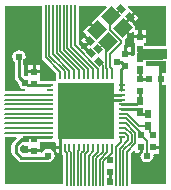
<source format=gtl>
%FSLAX24Y24*%
%MOIN*%
G70*
G01*
G75*
G04 Layer_Physical_Order=1*
G04 Layer_Color=255*
%ADD10R,0.0197X0.0256*%
%ADD11R,0.0197X0.0236*%
%ADD12R,0.0236X0.0197*%
%ADD13R,0.0400X0.0370*%
G04:AMPARAMS|DCode=14|XSize=47.2mil|YSize=43.3mil|CornerRadius=0mil|HoleSize=0mil|Usage=FLASHONLY|Rotation=225.000|XOffset=0mil|YOffset=0mil|HoleType=Round|Shape=Rectangle|*
%AMROTATEDRECTD14*
4,1,4,0.0014,0.0320,0.0320,0.0014,-0.0014,-0.0320,-0.0320,-0.0014,0.0014,0.0320,0.0*
%
%ADD14ROTATEDRECTD14*%

%ADD15O,0.0256X0.0079*%
%ADD16O,0.0079X0.0256*%
%ADD17R,0.1850X0.1850*%
%ADD18R,0.0217X0.0236*%
G04:AMPARAMS|DCode=19|XSize=19.7mil|YSize=23.6mil|CornerRadius=0mil|HoleSize=0mil|Usage=FLASHONLY|Rotation=225.000|XOffset=0mil|YOffset=0mil|HoleType=Round|Shape=Rectangle|*
%AMROTATEDRECTD19*
4,1,4,-0.0014,0.0153,0.0153,-0.0014,0.0014,-0.0153,-0.0153,0.0014,-0.0014,0.0153,0.0*
%
%ADD19ROTATEDRECTD19*%

%ADD20C,0.0080*%
%ADD21C,0.0370*%
%ADD22C,0.0090*%
%ADD23C,0.0060*%
%ADD24C,0.0240*%
%ADD25C,0.0260*%
G36*
X2668Y2169D02*
X2534D01*
X2510Y2174D01*
X1948D01*
Y2269D01*
X1988D01*
Y2437D01*
X1592D01*
Y2269D01*
X1632D01*
Y1981D01*
X1620Y1924D01*
X1625Y1899D01*
X1594Y1860D01*
X1488D01*
Y1867D01*
X1290D01*
Y1967D01*
X1488D01*
Y2135D01*
X1278D01*
X1259Y2181D01*
X1264Y2186D01*
X1292Y2229D01*
X1303Y2280D01*
Y2360D01*
X1303Y2360D01*
X1303Y2360D01*
Y2360D01*
X1303D01*
X1303Y2360D01*
X1293Y2406D01*
X1410Y2523D01*
X1186Y2746D01*
X1257Y2817D01*
X1481Y2593D01*
X1545Y2658D01*
X1592Y2639D01*
Y2537D01*
X1740D01*
Y2705D01*
X1658D01*
X1639Y2751D01*
X1683Y2796D01*
X1558Y2921D01*
X1578Y2941D01*
X1424Y3095D01*
X1459Y3131D01*
X1424Y3166D01*
X1564Y3306D01*
X1445Y3425D01*
X1391Y3479D01*
X1410Y3526D01*
X2668D01*
Y2169D01*
D02*
G37*
G36*
Y1288D02*
X2547D01*
Y1090D01*
Y892D01*
X2668D01*
Y-2427D01*
X1503D01*
Y-1397D01*
X1595Y-1304D01*
X1642Y-1324D01*
Y-1415D01*
X1776D01*
X1808Y-1454D01*
X1804Y-1472D01*
X1821Y-1558D01*
X1870Y-1630D01*
X1943Y-1679D01*
X2028Y-1696D01*
X2114Y-1679D01*
X2187Y-1630D01*
X2236Y-1558D01*
X2253Y-1472D01*
X2249Y-1454D01*
X2281Y-1415D01*
X2418D01*
Y-1247D01*
X2220D01*
Y-1147D01*
X2418D01*
Y-1070D01*
X2430D01*
Y892D01*
X2447D01*
Y1090D01*
Y1288D01*
X2430D01*
Y1500D01*
X1990D01*
Y1674D01*
X2510D01*
X2534Y1679D01*
X2668D01*
Y1288D01*
D02*
G37*
G36*
X-1473Y1800D02*
X-1462Y1750D01*
X-1434Y1707D01*
X-1008Y1281D01*
X-1008Y1280D01*
Y1102D01*
X-997Y1048D01*
X-1025Y1025D01*
D01*
D01*
D01*
D01*
X-1025Y1025D01*
X-1025Y1025D01*
D01*
D01*
X-1048Y997D01*
X-1102Y1008D01*
X-1162D01*
X-1191Y1014D01*
X-1522D01*
Y1097D01*
Y1265D01*
X-1918D01*
Y1198D01*
X-1957Y1166D01*
X-2040Y1182D01*
X-2043Y1182D01*
X-2082Y1213D01*
Y1652D01*
X-2071Y1660D01*
X-2022Y1732D01*
X-2005Y1818D01*
X-2022Y1904D01*
X-2071Y1977D01*
X-2144Y2025D01*
X-2230Y2042D01*
X-2315Y2025D01*
X-2388Y1977D01*
X-2437Y1904D01*
X-2454Y1818D01*
X-2437Y1732D01*
X-2388Y1660D01*
X-2377Y1652D01*
Y1148D01*
X-2366Y1092D01*
X-2366Y1092D01*
X-2366Y1092D01*
X-2334Y1044D01*
X-2261Y971D01*
X-2264Y958D01*
X-2247Y872D01*
X-2198Y800D01*
X-2125Y751D01*
X-2043Y734D01*
X-2017Y692D01*
X-2020Y683D01*
X-2697D01*
Y3526D01*
X-1473D01*
Y1800D01*
D02*
G37*
G36*
X692Y3479D02*
X372Y3160D01*
Y3160D01*
X170Y2957D01*
X394Y2734D01*
X323Y2663D01*
X99Y2887D01*
X-103Y2684D01*
X22Y2559D01*
X12Y2549D01*
X166Y2395D01*
X131Y2359D01*
X166Y2324D01*
X26Y2184D01*
X56Y2153D01*
X32Y2129D01*
X186Y1975D01*
X115Y1904D01*
X-39Y2058D01*
X-46Y2051D01*
X-247Y2253D01*
Y3526D01*
X673D01*
X692Y3479D01*
D02*
G37*
G36*
X-2304Y-887D02*
X-2444Y-1027D01*
X-2476Y-1075D01*
X-2487Y-1132D01*
Y-1362D01*
X-2476Y-1418D01*
X-2444Y-1466D01*
X-2261Y-1650D01*
X-2213Y-1682D01*
X-2156Y-1693D01*
X-1296D01*
X-1292Y-1692D01*
X-1272Y-1696D01*
X-1187Y-1679D01*
X-1114Y-1630D01*
X-1065Y-1558D01*
X-1048Y-1472D01*
X-1065Y-1386D01*
X-1114Y-1313D01*
X-1187Y-1265D01*
X-1272Y-1248D01*
X-1358Y-1265D01*
X-1431Y-1313D01*
X-1474Y-1377D01*
X-1508Y-1367D01*
X-1918D01*
Y-1397D01*
X-2095D01*
X-2192Y-1301D01*
Y-1193D01*
X-2114Y-1115D01*
X-2096Y-1127D01*
X-2010Y-1144D01*
X-1995Y-1141D01*
X-1948D01*
X-1918Y-1165D01*
Y-1267D01*
X-1522D01*
Y-1141D01*
Y-1014D01*
X-1181D01*
X-1152Y-1008D01*
X-1102D01*
D01*
X-1025Y-1025D01*
D01*
D01*
D01*
D01*
X-997Y-1048D01*
D01*
D01*
X-997Y-1048D01*
X-1008Y-1102D01*
Y-1141D01*
X-866D01*
Y-1191D01*
X-851D01*
Y-1280D01*
X-840Y-1334D01*
X-837Y-1338D01*
X-831Y-1368D01*
X-816Y-1390D01*
Y-1412D01*
X-812Y-1411D01*
X-808Y-1408D01*
X-802Y-1411D01*
X-802Y-1411D01*
X-802Y-1411D01*
X-762Y-1451D01*
Y-2427D01*
X-2697D01*
Y-841D01*
X-2323D01*
X-2304Y-887D01*
D02*
G37*
G36*
X860Y-2235D02*
X877D01*
Y-2427D01*
X713D01*
Y-2235D01*
X760D01*
Y-2017D01*
X860D01*
Y-2235D01*
D02*
G37*
%LPC*%
G36*
X-916Y-1241D02*
X-1008D01*
Y-1280D01*
X-997Y-1334D01*
X-967Y-1380D01*
X-921Y-1411D01*
X-916Y-1412D01*
Y-1241D01*
D02*
G37*
G36*
X1988Y2705D02*
X1840D01*
Y2537D01*
X1988D01*
Y2705D01*
D02*
G37*
G36*
X1635Y3236D02*
X1530Y3131D01*
X1649Y3012D01*
X1754Y3117D01*
X1635Y3236D01*
D02*
G37*
G36*
X-59Y2478D02*
X-164Y2373D01*
X-45Y2254D01*
X60Y2359D01*
X-59Y2478D01*
D02*
G37*
G36*
X-1770Y1533D02*
X-1918D01*
Y1365D01*
X-1770D01*
Y1533D01*
D02*
G37*
G36*
X-1522D02*
X-1670D01*
Y1365D01*
X-1522D01*
Y1533D01*
D02*
G37*
%LPD*%
D10*
X1790Y1767D02*
D03*
Y1393D02*
D03*
X2070Y-103D02*
D03*
Y-477D02*
D03*
X1790Y347D02*
D03*
Y-27D02*
D03*
D11*
Y2487D02*
D03*
Y2093D02*
D03*
Y1067D02*
D03*
Y673D02*
D03*
X2220Y-1197D02*
D03*
Y-803D02*
D03*
X1840D02*
D03*
Y-1197D02*
D03*
X-1720Y-923D02*
D03*
Y-1317D02*
D03*
X1290Y1523D02*
D03*
Y1917D02*
D03*
X-1720Y921D02*
D03*
Y1315D02*
D03*
D12*
X2497Y1090D02*
D03*
X2103D02*
D03*
D13*
X2510Y1924D02*
D03*
D14*
X1221Y2782D02*
D03*
X832Y3171D02*
D03*
X748Y2308D02*
D03*
X358Y2698D02*
D03*
D15*
X-1191Y866D02*
D03*
Y709D02*
D03*
Y551D02*
D03*
Y394D02*
D03*
Y236D02*
D03*
Y79D02*
D03*
Y-79D02*
D03*
Y-236D02*
D03*
Y-394D02*
D03*
Y-551D02*
D03*
Y-709D02*
D03*
Y-866D02*
D03*
X1191D02*
D03*
Y-709D02*
D03*
Y-551D02*
D03*
Y-394D02*
D03*
Y-236D02*
D03*
Y-79D02*
D03*
Y79D02*
D03*
Y236D02*
D03*
Y394D02*
D03*
Y551D02*
D03*
Y709D02*
D03*
Y866D02*
D03*
D16*
X-866Y-1191D02*
D03*
X-709D02*
D03*
X-551D02*
D03*
X-394D02*
D03*
X-236D02*
D03*
X-79D02*
D03*
X79D02*
D03*
X236D02*
D03*
X394D02*
D03*
X551D02*
D03*
X709D02*
D03*
X866D02*
D03*
Y1191D02*
D03*
X709D02*
D03*
X551D02*
D03*
X394D02*
D03*
X236D02*
D03*
X79D02*
D03*
X-79D02*
D03*
X-236D02*
D03*
X-394D02*
D03*
X-551D02*
D03*
X-709D02*
D03*
X-866D02*
D03*
D17*
X-0Y0D02*
D03*
D18*
X810Y-1623D02*
D03*
Y-2017D02*
D03*
D19*
X429Y1661D02*
D03*
X151Y1939D02*
D03*
X409Y2081D02*
D03*
X131Y2359D02*
D03*
X1181Y3409D02*
D03*
X1459Y3131D02*
D03*
D20*
X2120Y-703D02*
X2220Y-803D01*
X1766Y-477D02*
X2070D01*
X2120Y-703D02*
Y-527D01*
X2070Y-477D02*
X2120Y-527D01*
X1368Y-79D02*
X1766Y-477D01*
X1181Y-79D02*
X1368D01*
X429Y1661D02*
X551Y1539D01*
Y1181D02*
Y1539D01*
D21*
X1870Y1924D02*
X2510D01*
D22*
X1790Y2487D02*
Y2840D01*
X1866Y-103D02*
X2070D01*
X1679Y236D02*
X1790Y347D01*
X1684Y79D02*
X1866Y-103D01*
X1790Y347D02*
Y683D01*
X1181Y236D02*
X1679D01*
X1181Y79D02*
X1684D01*
X1793Y1070D02*
X2133D01*
X1790Y1067D02*
Y1393D01*
X1290Y2150D02*
X1390Y2250D01*
X1290Y1917D02*
Y2150D01*
X-866Y-866D02*
X0Y0D01*
X-866Y-1181D02*
Y-866D01*
X551Y551D02*
X1181D01*
X394Y394D02*
X1181D01*
X1181Y1414D02*
X1290Y1523D01*
X1181Y709D02*
Y1414D01*
X1221Y2782D02*
Y2893D01*
X1459Y3131D01*
X1020Y1650D02*
X1163D01*
X1290Y1523D01*
X1410Y2250D02*
Y2593D01*
X1221Y2782D02*
X1410Y2593D01*
X1390Y2250D02*
X1410D01*
X1420D01*
X-2040Y958D02*
X-1948Y866D01*
X-1191D01*
X-2230Y1148D02*
X-2040Y958D01*
X-2230Y1148D02*
Y1818D01*
X-2156Y-1545D02*
X-1296D01*
X-2340Y-1362D02*
X-2156Y-1545D01*
X-2340Y-1362D02*
Y-1132D01*
X-2128Y-920D01*
X-2010D01*
X-1996Y-866D02*
X-1181D01*
X1840Y-1332D02*
Y-1197D01*
X1752Y-1420D02*
X1840Y-1332D01*
X-866Y-1418D02*
Y-1191D01*
X-920Y-1472D02*
X-866Y-1418D01*
X-1296Y-1545D02*
X-1222Y-1472D01*
D23*
X-2700Y-709D02*
X-1181D01*
X-2700Y-551D02*
X-1181D01*
X-2700Y-394D02*
X-1181D01*
X-2700Y-236D02*
X-1181D01*
X-2700Y-79D02*
X-1181D01*
X-2700Y79D02*
X-1181D01*
X-2700Y236D02*
X-1181D01*
X-2700Y394D02*
X-1181D01*
X-709Y1181D02*
Y1339D01*
X-551Y1181D02*
Y1351D01*
X-394Y1181D02*
Y1363D01*
X-236Y1181D02*
Y1375D01*
X-79Y1181D02*
Y1388D01*
X79Y1181D02*
Y1400D01*
X236Y1181D02*
Y1412D01*
X394Y1181D02*
Y1424D01*
X-866Y1181D02*
Y1326D01*
X-1340Y1800D02*
X-866Y1326D01*
X-1340Y1800D02*
Y3533D01*
X-1220Y1850D02*
X-709Y1339D01*
X-1220Y1850D02*
Y3533D01*
X-1100Y1900D02*
X-551Y1351D01*
X-1100Y1900D02*
Y3533D01*
X-980Y1949D02*
X-394Y1363D01*
X-980Y1949D02*
Y3533D01*
X-860Y1999D02*
X-236Y1375D01*
X-860Y1999D02*
Y3533D01*
X-740Y2049D02*
X-79Y1388D01*
X-740Y2049D02*
Y3533D01*
X-620Y2099D02*
X79Y1400D01*
X-620Y2099D02*
Y3533D01*
X-500Y2148D02*
X236Y1412D01*
X-500Y2148D02*
Y3533D01*
X-380Y2198D02*
X394Y1424D01*
X-380Y2198D02*
Y3533D01*
X810Y2720D02*
X1170Y2360D01*
X810Y2720D02*
Y3038D01*
X1181Y3409D01*
X409Y2081D02*
X618Y2290D01*
X1170Y2280D02*
Y2360D01*
X618Y2290D02*
X709D01*
X709Y1191D02*
Y1411D01*
X709Y1181D02*
Y1191D01*
Y2269D02*
Y2290D01*
Y2269D02*
X748Y2308D01*
X681Y2241D02*
X709Y2269D01*
X681Y1439D02*
X709Y1411D01*
X681Y1439D02*
Y2241D01*
X866Y1191D02*
Y1424D01*
X801Y1489D02*
X866Y1424D01*
X801Y1489D02*
Y1911D01*
X1170Y2280D01*
X1529Y-1014D02*
Y-763D01*
X1649Y-1064D02*
Y-713D01*
X1181Y-236D02*
X1342D01*
X1840Y-735D01*
Y-803D02*
Y-735D01*
X-2700Y550D02*
X-1220D01*
X1840Y-803D02*
X2028Y-992D01*
Y-1464D02*
Y-992D01*
X1181Y-709D02*
X1305D01*
X1409Y-813D01*
X1181Y-551D02*
X1317D01*
X1529Y-763D01*
X1181Y-394D02*
X1329D01*
X1649Y-713D01*
X1181Y-1022D02*
Y-866D01*
X1010Y-1193D02*
X1181Y-1022D01*
X1409Y-964D02*
Y-813D01*
X1130Y-1243D02*
X1409Y-964D01*
X1250Y-1293D02*
X1529Y-1014D01*
X1370Y-1342D02*
X1649Y-1064D01*
X-709Y-1191D02*
Y-1181D01*
X-630Y-2440D02*
Y-1396D01*
X-709Y-1317D02*
X-630Y-1396D01*
X-709Y-1317D02*
Y-1191D01*
X-510Y-2440D02*
Y-1347D01*
X-551Y-1305D02*
X-510Y-1347D01*
X-551Y-1305D02*
Y-1191D01*
X-390Y-2440D02*
Y-1282D01*
X-394Y-1278D02*
X-390Y-1282D01*
X-394Y-1278D02*
Y-1191D01*
X-236Y-1296D02*
Y-1191D01*
X-270Y-2440D02*
Y-1329D01*
X-236Y-1296D01*
X-150Y-1379D02*
X-79Y-1308D01*
X-150Y-2440D02*
Y-1379D01*
X-29Y-1428D02*
X79Y-1321D01*
X-29Y-2440D02*
Y-1428D01*
X91Y-1478D02*
X236Y-1333D01*
X91Y-2440D02*
Y-1478D01*
X-79Y-1308D02*
Y-1191D01*
X580Y-1669D02*
X866Y-1383D01*
X580Y-2440D02*
Y-1669D01*
X866Y-1191D02*
Y-1181D01*
X866Y-1383D02*
Y-1191D01*
X460Y-1619D02*
X709Y-1371D01*
X709Y-1191D02*
Y-1181D01*
X460Y-2440D02*
Y-1619D01*
X709Y-1371D02*
Y-1191D01*
X340Y-1569D02*
X551Y-1358D01*
X551Y-1191D02*
Y-1181D01*
X340Y-2440D02*
Y-1569D01*
X551Y-1358D02*
Y-1191D01*
X220Y-2440D02*
Y-1519D01*
X394Y-1346D01*
X394Y-1191D02*
Y-1181D01*
X394Y-1346D02*
Y-1191D01*
X236D02*
Y-1181D01*
X236Y-1333D02*
Y-1191D01*
X79D02*
Y-1181D01*
X79Y-1321D02*
Y-1191D01*
X-79D02*
Y-1181D01*
X-394Y-1191D02*
Y-1181D01*
X1370Y-2440D02*
Y-1342D01*
X1250Y-2440D02*
Y-1293D01*
X1130Y-2440D02*
Y-1243D01*
X1010Y-2440D02*
Y-1193D01*
D24*
X2550Y-1480D02*
D03*
X1620Y-1480D02*
D03*
X2550Y1550D02*
D03*
Y2290D02*
D03*
Y700D02*
D03*
X1730Y2880D02*
D03*
X-2580Y2130D02*
D03*
X2070Y3400D02*
D03*
X-2580Y3410D02*
D03*
X-2040Y-1270D02*
D03*
X1410Y2250D02*
D03*
X-1230Y-1140D02*
D03*
X1020Y1650D02*
D03*
X-70Y2190D02*
D03*
X-2010Y-920D02*
D03*
X-1590Y2130D02*
D03*
X40Y2980D02*
D03*
X-1590Y3410D02*
D03*
X-2580Y-2310D02*
D03*
X-2580Y-960D02*
D03*
X-1230Y1208D02*
D03*
X-2040Y958D02*
D03*
X-2230Y1818D02*
D03*
X-1990Y1638D02*
D03*
X-2580Y800D02*
D03*
X-1272Y-1472D02*
D03*
X2028Y-1472D02*
D03*
X-920D02*
D03*
X790Y-2342D02*
D03*
X-880Y-2310D02*
D03*
X1620D02*
D03*
X2550D02*
D03*
D25*
X-709Y709D02*
D03*
X-236D02*
D03*
X236D02*
D03*
X709D02*
D03*
X-709Y236D02*
D03*
X-236D02*
D03*
X236D02*
D03*
X709D02*
D03*
X-709Y-236D02*
D03*
X-236D02*
D03*
X236D02*
D03*
X709D02*
D03*
X-709Y-709D02*
D03*
X-236D02*
D03*
X236D02*
D03*
X709D02*
D03*
M02*

</source>
